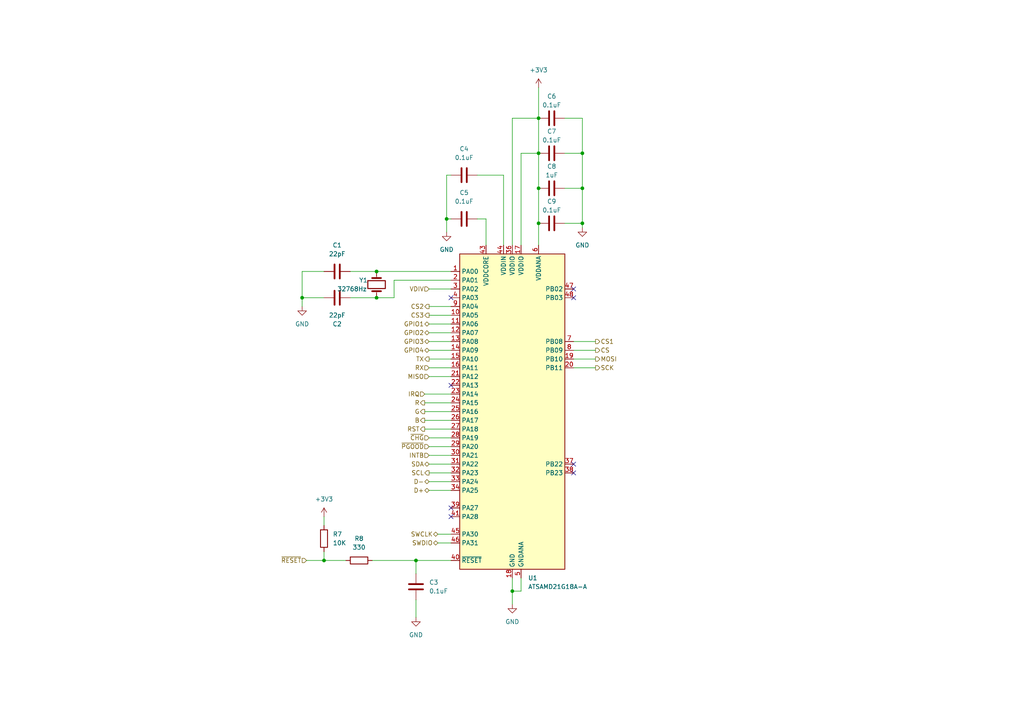
<source format=kicad_sch>
(kicad_sch (version 20211123) (generator eeschema)
  (paper "A4")
  (lib_symbols
    (symbol "Device:C" (pin_numbers hide) (pin_names (offset 0.254))
      (property "Reference" "C" (at 0.635 2.54 0))
      (property "Value" "C" (at 0.635 -2.54 0))
      (symbol "C_0_1"
        (polyline (pts (xy -2.032 -0.762) (xy 2.032 -0.762)) (stroke (width 0.508)))
        (polyline (pts (xy -2.032 0.762) (xy 2.032 0.762)) (stroke (width 0.508)))
      )
      (symbol "C_1_1"
        (pin passive line (at 0 3.81 270) (length 2.794) (name "~") (number "1"))
        (pin passive line (at 0 -3.81 90) (length 2.794) (name "~") (number "2"))
      )
    )
    (symbol "Device:Crystal" (pin_numbers hide) (pin_names (offset 1.016) hide)
      (property "Reference" "Y" (at 0 3.81 0))
      (property "Value" "Crystal" (at 0 -3.81 0))
      (symbol "Crystal_0_1"
        (rectangle (start -1.143 2.54) (end 1.143 -2.54) (stroke (width 0.3048)))
        (polyline (pts (xy -2.54 0) (xy -1.905 0)))
        (polyline (pts (xy -1.905 -1.27) (xy -1.905 1.27)) (stroke (width 0.508)))
        (polyline (pts (xy 1.905 -1.27) (xy 1.905 1.27)) (stroke (width 0.508)))
        (polyline (pts (xy 2.54 0) (xy 1.905 0)))
      )
      (symbol "Crystal_1_1"
        (pin passive line (at -3.81 0 0) (length 1.27) (name "1") (number "1"))
        (pin passive line (at 3.81 0 180) (length 1.27) (name "2") (number "2"))
      )
    )
    (symbol "Device:R" (pin_numbers hide) (pin_names (offset 0))
      (property "Reference" "R" (at 2.032 0 90))
      (property "Value" "R" (at 0 0 90))
      (symbol "R_0_1"
        (rectangle (start -1.016 -2.54) (end 1.016 2.54) (stroke (width 0.254)))
      )
      (symbol "R_1_1"
        (pin passive line (at 0 3.81 270) (length 1.27) (name "~") (number "1"))
        (pin passive line (at 0 -3.81 90) (length 1.27) (name "~") (number "2"))
      )
    )
    (symbol "MCU_Microchip_SAMD:ATSAMD21G18A-A"
      (property "Reference" "U1" (at 4.5594 -48.26 0))
      (property "Value" "ATSAMD21G18A-A" (at 4.5594 -50.8 0))
      (symbol "ATSAMD21G18A-A_0_1"
        (rectangle (start -15.24 45.72) (end 15.24 -45.72) (stroke (width 0.254)) (fill (type background)))
      )
      (symbol "ATSAMD21G18A-A_1_1"
        (pin bidirectional line (at -17.78 40.64 0) (length 2.54) (name "PA00") (number "1"))
        (pin bidirectional line (at -17.78 27.94 0) (length 2.54) (name "PA05") (number "10"))
        (pin bidirectional line (at -17.78 25.4 0) (length 2.54) (name "PA06") (number "11"))
        (pin bidirectional line (at -17.78 22.86 0) (length 2.54) (name "PA07") (number "12"))
        (pin bidirectional line (at -17.78 20.32 0) (length 2.54) (name "PA08") (number "13"))
        (pin bidirectional line (at -17.78 17.78 0) (length 2.54) (name "PA09") (number "14"))
        (pin bidirectional line (at -17.78 15.24 0) (length 2.54) (name "PA10") (number "15"))
        (pin bidirectional line (at -17.78 12.7 0) (length 2.54) (name "PA11") (number "16"))
        (pin unspecified line (at 2.54 48.26 270) (length 2.54) (name "VDDIO") (number "17"))
        (pin unspecified line (at 0 -48.26 90) (length 2.54) (name "GND") (number "18"))
        (pin bidirectional line (at 17.78 15.24 180) (length 2.54) (name "PB10") (number "19"))
        (pin bidirectional line (at -17.78 38.1 0) (length 2.54) (name "PA01") (number "2"))
        (pin bidirectional line (at 17.78 12.7 180) (length 2.54) (name "PB11") (number "20"))
        (pin bidirectional line (at -17.78 10.16 0) (length 2.54) (name "PA12") (number "21"))
        (pin bidirectional line (at -17.78 7.62 0) (length 2.54) (name "PA13") (number "22"))
        (pin bidirectional line (at -17.78 5.08 0) (length 2.54) (name "PA14") (number "23"))
        (pin bidirectional line (at -17.78 2.54 0) (length 2.54) (name "PA15") (number "24"))
        (pin bidirectional line (at -17.78 0 0) (length 2.54) (name "PA16") (number "25"))
        (pin bidirectional line (at -17.78 -2.54 0) (length 2.54) (name "PA17") (number "26"))
        (pin bidirectional line (at -17.78 -5.08 0) (length 2.54) (name "PA18") (number "27"))
        (pin bidirectional line (at -17.78 -7.62 0) (length 2.54) (name "PA19") (number "28"))
        (pin bidirectional line (at -17.78 -10.16 0) (length 2.54) (name "PA20") (number "29"))
        (pin bidirectional line (at -17.78 35.56 0) (length 2.54) (name "PA02") (number "3"))
        (pin bidirectional line (at -17.78 -12.7 0) (length 2.54) (name "PA21") (number "30"))
        (pin bidirectional line (at -17.78 -15.24 0) (length 2.54) (name "PA22") (number "31"))
        (pin bidirectional line (at -17.78 -17.78 0) (length 2.54) (name "PA23") (number "32"))
        (pin bidirectional line (at -17.78 -20.32 0) (length 2.54) (name "PA24") (number "33"))
        (pin bidirectional line (at -17.78 -22.86 0) (length 2.54) (name "PA25") (number "34"))
        (pin passive line (at 0 -48.26 90) (length 2.54) hide (name "GND") (number "35"))
        (pin unspecified line (at 0 48.26 270) (length 2.54) (name "VDDIO") (number "36"))
        (pin bidirectional line (at 17.78 -15.24 180) (length 2.54) (name "PB22") (number "37"))
        (pin bidirectional line (at 17.78 -17.78 180) (length 2.54) (name "PB23") (number "38"))
        (pin bidirectional line (at -17.78 -27.94 0) (length 2.54) (name "PA27") (number "39"))
        (pin bidirectional line (at -17.78 33.02 0) (length 2.54) (name "PA03") (number "4"))
        (pin input line (at -17.78 -43.18 0) (length 2.54) (name "~{RESET}") (number "40"))
        (pin bidirectional line (at -17.78 -30.48 0) (length 2.54) (name "PA28") (number "41"))
        (pin passive line (at 0 -48.26 90) (length 2.54) hide (name "GND") (number "42"))
        (pin power_out line (at -7.62 48.26 270) (length 2.54) (name "VDDCORE") (number "43"))
        (pin unspecified line (at -2.54 48.26 270) (length 2.54) (name "VDDIN") (number "44"))
        (pin bidirectional line (at -17.78 -35.56 0) (length 2.54) (name "PA30") (number "45"))
        (pin bidirectional line (at -17.78 -38.1 0) (length 2.54) (name "PA31") (number "46"))
        (pin bidirectional line (at 17.78 35.56 180) (length 2.54) (name "PB02") (number "47"))
        (pin bidirectional line (at 17.78 33.02 180) (length 2.54) (name "PB03") (number "48"))
        (pin unspecified line (at 2.54 -48.26 90) (length 2.54) (name "GNDANA") (number "5"))
        (pin unspecified line (at 7.62 48.26 270) (length 2.54) (name "VDDANA") (number "6"))
        (pin bidirectional line (at 17.78 20.32 180) (length 2.54) (name "PB08") (number "7"))
        (pin bidirectional line (at 17.78 17.78 180) (length 2.54) (name "PB09") (number "8"))
        (pin bidirectional line (at -17.78 30.48 0) (length 2.54) (name "PA04") (number "9"))
      )
    )
    (symbol "power:+3.3V" (power) (pin_names (offset 0))
      (property "Value" "+3.3V" (at 0 3.556 0))
      (symbol "+3.3V_0_1"
        (polyline (pts (xy -0.762 1.27) (xy 0 2.54)))
        (polyline (pts (xy 0 0) (xy 0 2.54)))
        (polyline (pts (xy 0 2.54) (xy 0.762 1.27)))
      )
      (symbol "+3.3V_1_1"
        (pin power_in line (at 0 0 90) (length 0) hide (name "+3V3") (number "1"))
      )
    )
    (symbol "power:GND" (power) (pin_names (offset 0))
      (property "Value" "GND" (at 0 -3.81 0))
      (symbol "GND_0_1"
        (polyline (pts (xy 0 0) (xy 0 -1.27) (xy 1.27 -1.27) (xy 0 -2.54) (xy -1.27 -1.27) (xy 0 -1.27)))
      )
      (symbol "GND_1_1"
        (pin power_in line (at 0 0 270) (length 0) hide (name "GND") (number "1"))
      )
    )
  )
  (junction (at 87.63 86.36))
  (junction (at 168.91 64.77))
  (junction (at 168.91 54.61))
  (junction (at 156.21 34.29))
  (junction (at 156.21 44.45))
  (junction (at 109.22 86.36))
  (junction (at 93.98 162.56))
  (junction (at 129.54 63.5))
  (junction (at 148.59 171.45))
  (junction (at 120.65 162.56))
  (junction (at 156.21 64.77))
  (junction (at 109.22 78.74))
  (junction (at 168.91 44.45))
  (junction (at 156.21 54.61))
  (no_connect (at 166.37 86.36))
  (no_connect (at 130.81 86.36))
  (no_connect (at 130.81 111.76))
  (no_connect (at 130.81 147.32))
  (no_connect (at 130.81 149.86))
  (no_connect (at 166.37 134.62))
  (no_connect (at 166.37 137.16))
  (no_connect (at 166.37 83.82))
  (wire (pts (xy 138.43 63.5) (xy 140.97 63.5)))
  (wire (pts (xy 114.3 86.36) (xy 109.22 86.36)))
  (wire (pts (xy 151.13 171.45) (xy 148.59 171.45)))
  (wire (pts (xy 156.21 44.45) (xy 151.13 44.45)))
  (wire (pts (xy 146.05 50.8) (xy 138.43 50.8)))
  (wire (pts (xy 120.65 162.56) (xy 120.65 166.37)))
  (wire (pts (xy 124.46 99.06) (xy 130.81 99.06)))
  (wire (pts (xy 166.37 106.68) (xy 172.72 106.68)))
  (wire (pts (xy 124.46 106.68) (xy 130.81 106.68)))
  (wire (pts (xy 124.46 109.22) (xy 130.81 109.22)))
  (wire (pts (xy 166.37 99.06) (xy 172.72 99.06)))
  (wire (pts (xy 130.81 63.5) (xy 129.54 63.5)))
  (wire (pts (xy 168.91 44.45) (xy 168.91 54.61)))
  (wire (pts (xy 93.98 162.56) (xy 100.33 162.56)))
  (wire (pts (xy 156.21 25.4) (xy 156.21 34.29)))
  (wire (pts (xy 124.46 129.54) (xy 130.81 129.54)))
  (wire (pts (xy 124.46 134.62) (xy 130.81 134.62)))
  (wire (pts (xy 124.46 83.82) (xy 130.81 83.82)))
  (wire (pts (xy 168.91 64.77) (xy 168.91 66.04)))
  (wire (pts (xy 123.19 116.84) (xy 130.81 116.84)))
  (wire (pts (xy 127 157.48) (xy 130.81 157.48)))
  (wire (pts (xy 166.37 104.14) (xy 172.72 104.14)))
  (wire (pts (xy 87.63 86.36) (xy 93.98 86.36)))
  (wire (pts (xy 156.21 64.77) (xy 156.21 71.12)))
  (wire (pts (xy 124.46 104.14) (xy 130.81 104.14)))
  (wire (pts (xy 166.37 101.6) (xy 172.72 101.6)))
  (wire (pts (xy 109.22 78.74) (xy 130.81 78.74)))
  (wire (pts (xy 129.54 50.8) (xy 129.54 63.5)))
  (wire (pts (xy 130.81 81.28) (xy 114.3 81.28)))
  (wire (pts (xy 148.59 34.29) (xy 156.21 34.29)))
  (wire (pts (xy 124.46 139.7) (xy 130.81 139.7)))
  (wire (pts (xy 123.19 119.38) (xy 130.81 119.38)))
  (wire (pts (xy 123.19 114.3) (xy 130.81 114.3)))
  (wire (pts (xy 168.91 54.61) (xy 168.91 64.77)))
  (wire (pts (xy 156.21 54.61) (xy 156.21 64.77)))
  (wire (pts (xy 120.65 162.56) (xy 130.81 162.56)))
  (wire (pts (xy 151.13 44.45) (xy 151.13 71.12)))
  (wire (pts (xy 163.83 64.77) (xy 168.91 64.77)))
  (wire (pts (xy 93.98 78.74) (xy 87.63 78.74)))
  (wire (pts (xy 151.13 167.64) (xy 151.13 171.45)))
  (wire (pts (xy 124.46 142.24) (xy 130.81 142.24)))
  (wire (pts (xy 87.63 78.74) (xy 87.63 86.36)))
  (wire (pts (xy 163.83 54.61) (xy 168.91 54.61)))
  (wire (pts (xy 124.46 101.6) (xy 130.81 101.6)))
  (wire (pts (xy 107.95 162.56) (xy 120.65 162.56)))
  (wire (pts (xy 168.91 34.29) (xy 168.91 44.45)))
  (wire (pts (xy 124.46 132.08) (xy 130.81 132.08)))
  (wire (pts (xy 114.3 81.28) (xy 114.3 86.36)))
  (wire (pts (xy 148.59 171.45) (xy 148.59 175.26)))
  (wire (pts (xy 101.6 78.74) (xy 109.22 78.74)))
  (wire (pts (xy 109.22 86.36) (xy 101.6 86.36)))
  (wire (pts (xy 88.9 162.56) (xy 93.98 162.56)))
  (wire (pts (xy 130.81 50.8) (xy 129.54 50.8)))
  (wire (pts (xy 93.98 149.86) (xy 93.98 152.4)))
  (wire (pts (xy 156.21 44.45) (xy 156.21 54.61)))
  (wire (pts (xy 124.46 127) (xy 130.81 127)))
  (wire (pts (xy 140.97 63.5) (xy 140.97 71.12)))
  (wire (pts (xy 148.59 167.64) (xy 148.59 171.45)))
  (wire (pts (xy 124.46 91.44) (xy 130.81 91.44)))
  (wire (pts (xy 163.83 44.45) (xy 168.91 44.45)))
  (wire (pts (xy 120.65 173.99) (xy 120.65 179.07)))
  (wire (pts (xy 87.63 86.36) (xy 87.63 88.9)))
  (wire (pts (xy 156.21 34.29) (xy 156.21 44.45)))
  (wire (pts (xy 123.19 124.46) (xy 130.81 124.46)))
  (wire (pts (xy 93.98 160.02) (xy 93.98 162.56)))
  (wire (pts (xy 129.54 63.5) (xy 129.54 67.31)))
  (wire (pts (xy 163.83 34.29) (xy 168.91 34.29)))
  (wire (pts (xy 127 154.94) (xy 130.81 154.94)))
  (wire (pts (xy 124.46 88.9) (xy 130.81 88.9)))
  (wire (pts (xy 148.59 71.12) (xy 148.59 34.29)))
  (wire (pts (xy 123.19 121.92) (xy 130.81 121.92)))
  (wire (pts (xy 146.05 71.12) (xy 146.05 50.8)))
  (wire (pts (xy 124.46 96.52) (xy 130.81 96.52)))
  (wire (pts (xy 124.46 137.16) (xy 130.81 137.16)))
  (wire (pts (xy 124.46 93.98) (xy 130.81 93.98)))
  (hierarchical_label "~{CHG}" (shape input) (at 124.46 127 180))
  (hierarchical_label "GPIO3" (shape bidirectional) (at 124.46 99.06 180))
  (hierarchical_label "SCK" (shape output) (at 172.72 106.68 0))
  (hierarchical_label "SWCLK" (shape bidirectional) (at 127 154.94 180))
  (hierarchical_label "~{PGOOD}" (shape input) (at 124.46 129.54 180))
  (hierarchical_label "MOSI" (shape output) (at 172.72 104.14 0))
  (hierarchical_label "MISO" (shape input) (at 124.46 109.22 180))
  (hierarchical_label "D+" (shape bidirectional) (at 124.46 142.24 180))
  (hierarchical_label "VDIV" (shape input) (at 124.46 83.82 180))
  (hierarchical_label "D-" (shape bidirectional) (at 124.46 139.7 180))
  (hierarchical_label "GPIO2" (shape bidirectional) (at 124.46 96.52 180))
  (hierarchical_label "SWDIO" (shape bidirectional) (at 127 157.48 180))
  (hierarchical_label "SDA" (shape bidirectional) (at 124.46 134.62 180))
  (hierarchical_label "B" (shape output) (at 123.19 121.92 180))
  (hierarchical_label "GPIO1" (shape bidirectional) (at 124.46 93.98 180))
  (hierarchical_label "CS2" (shape output) (at 124.46 88.9 180))
  (hierarchical_label "CS1" (shape output) (at 172.72 99.06 0))
  (hierarchical_label "~{RESET}" (shape input) (at 88.9 162.56 180))
  (hierarchical_label "IRQ" (shape input) (at 123.19 114.3 180))
  (hierarchical_label "CS" (shape output) (at 172.72 101.6 0))
  (hierarchical_label "R" (shape output) (at 123.19 116.84 180))
  (hierarchical_label "INTB" (shape input) (at 124.46 132.08 180))
  (hierarchical_label "CS3" (shape output) (at 124.46 91.44 180))
  (hierarchical_label "G" (shape output) (at 123.19 119.38 180))
  (hierarchical_label "SCL" (shape output) (at 124.46 137.16 180))
  (hierarchical_label "TX" (shape output) (at 124.46 104.14 180))
  (hierarchical_label "RST" (shape output) (at 123.19 124.46 180))
  (hierarchical_label "GPIO4" (shape bidirectional) (at 124.46 101.6 180))
  (hierarchical_label "RX" (shape input) (at 124.46 106.68 180))
  (symbol (lib_id "power:GND") (at 148.59 175.26 0) (unit 1)
    (property "Reference" "#PWR0119" (effects hide))
    (property "Value" "GND" (at 148.59 180.34 0))
  )
  (symbol (lib_id "Device:C") (at 97.79 78.74 90) (unit 1)
    (property "Reference" "C1" (at 97.79 71.12 90))
    (property "Value" "22pF" (at 97.79 73.66 90))
    (property "Footprint" "Capacitor_SMD:C_0603_1608Metric" (effects hide))
  )
  (symbol (lib_id "Device:R") (at 93.98 156.21 0) (unit 1)
    (property "Reference" "R7" (at 96.52 154.9399 0) (effects (justify left)))
    (property "Value" "10K" (at 96.52 157.4799 0) (effects (justify left)))
    (property "Footprint" "Resistor_SMD:R_0603_1608Metric" (effects hide))
  )
  (symbol (lib_id "Device:C") (at 160.02 44.45 90) (unit 1)
    (property "Reference" "C7" (at 160.02 38.1 90))
    (property "Value" "0.1uF" (at 160.02 40.64 90))
    (property "Footprint" "Capacitor_SMD:C_0603_1608Metric" (effects hide))
  )
  (symbol (lib_id "power:GND") (at 129.54 67.31 0) (unit 1)
    (property "Reference" "#PWR0117" (effects hide))
    (property "Value" "GND" (at 129.54 72.39 0))
  )
  (symbol (lib_id "Device:C") (at 134.62 63.5 90) (unit 1)
    (property "Reference" "C5" (at 134.62 55.88 90))
    (property "Value" "0.1uF" (at 134.62 58.42 90))
    (property "Footprint" "Capacitor_SMD:C_0603_1608Metric" (effects hide))
  )
  (symbol (lib_id "Device:C") (at 120.65 170.18 0) (unit 1)
    (property "Reference" "C3" (at 124.46 168.9099 0) (effects (justify left)))
    (property "Value" "0.1uF" (at 124.46 171.4499 0) (effects (justify left)))
    (property "Footprint" "Capacitor_SMD:C_0603_1608Metric" (effects hide))
  )
  (symbol (lib_id "power:GND") (at 87.63 88.9 0) (unit 1)
    (property "Reference" "#PWR0116" (effects hide))
    (property "Value" "GND" (at 87.63 93.98 0))
  )
  (symbol (lib_id "power:+3.3V") (at 93.98 149.86 0) (unit 1)
    (property "Reference" "#PWR0121" (effects hide))
    (property "Value" "+3.3V" (at 93.98 144.78 0))
  )
  (symbol (lib_id "Device:C") (at 134.62 50.8 90) (unit 1)
    (property "Reference" "C4" (at 134.62 43.18 90))
    (property "Value" "0.1uF" (at 134.62 45.72 90))
    (property "Footprint" "Capacitor_SMD:C_0603_1608Metric" (effects hide))
  )
  (symbol (lib_id "power:GND") (at 120.65 179.07 0) (unit 1)
    (property "Reference" "#PWR0120" (effects hide))
    (property "Value" "GND" (at 120.65 184.15 0))
  )
  (symbol (lib_id "power:+3.3V") (at 156.21 25.4 0) (unit 1)
    (property "Reference" "#PWR0122" (effects hide))
    (property "Value" "+3.3V" (at 156.21 20.32 0))
  )
  (symbol (lib_id "Device:Crystal") (at 109.22 82.55 90) (mirror x) (unit 1)
    (property "Reference" "Y1" (at 104.14 81.28 90) (effects (justify right)))
    (property "Value" "32768Hz" (at 97.79 83.82 90) (effects (justify right)))
    (property "Footprint" "Crystal:XTAL_ABS07-32.768KHZ-T" (effects hide))
  )
  (symbol (lib_id "MCU_Microchip_SAMD:ATSAMD21G18A-A") (at 148.59 119.38 0) (unit 1)
    (property "Reference" "U1" (at 153.1494 167.64 0) (effects (justify left)))
    (property "Value" "ATSAMD21G18A-A" (at 153.1494 170.18 0) (effects (justify left)))
    (property "Footprint" "Package_QFP:TQFP-48_7x7mm_P0.5mm" (effects hide))
    (property "Datasheet" "http://ww1.microchip.com/downloads/en/DeviceDoc/SAM_D21_DA1_Family_Data%20Sheet_DS40001882E.pdf" (effects hide))
  )
  (symbol (lib_id "Device:C") (at 160.02 54.61 90) (unit 1)
    (property "Reference" "C8" (at 160.02 48.26 90))
    (property "Value" "1uF" (at 160.02 50.8 90))
    (property "Footprint" "Capacitor_SMD:C_0603_1608Metric" (effects hide))
  )
  (symbol (lib_id "Device:C") (at 160.02 34.29 90) (unit 1)
    (property "Reference" "C6" (at 160.02 27.94 90))
    (property "Value" "0.1uF" (at 160.02 30.48 90))
    (property "Footprint" "Capacitor_SMD:C_0603_1608Metric" (effects hide))
  )
  (symbol (lib_id "Device:C") (at 160.02 64.77 90) (unit 1)
    (property "Reference" "C9" (at 160.02 58.42 90))
    (property "Value" "0.1uF" (at 160.02 60.96 90))
    (property "Footprint" "Capacitor_SMD:C_0603_1608Metric" (effects hide))
  )
  (symbol (lib_id "Device:C") (at 97.79 86.36 90) (unit 1)
    (property "Reference" "C2" (at 97.79 93.98 90))
    (property "Value" "22pF" (at 97.79 91.44 90))
    (property "Footprint" "Capacitor_SMD:C_0603_1608Metric" (effects hide))
  )
  (symbol (lib_id "Device:R") (at 104.14 162.56 90) (unit 1)
    (property "Reference" "R8" (at 104.14 156.21 90))
    (property "Value" "330" (at 104.14 158.75 90))
    (property "Footprint" "Resistor_SMD:R_0603_1608Metric" (effects hide))
  )
  (symbol (lib_id "power:GND") (at 168.91 66.04 0) (unit 1)
    (property "Reference" "#PWR0118" (effects hide))
    (property "Value" "GND" (at 168.91 71.12 0))
  )
)
</source>
